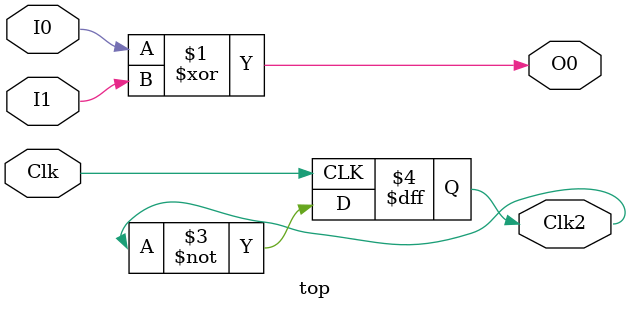
<source format=v>
module top (
    input Clk,
    input I0,
    input I1,

    output O0,
    output reg Clk2
);

assign O0 = I0 ^ I1;

always @(posedge Clk)
  Clk2 <=
  (~Clk2)
;

endmodule

</source>
